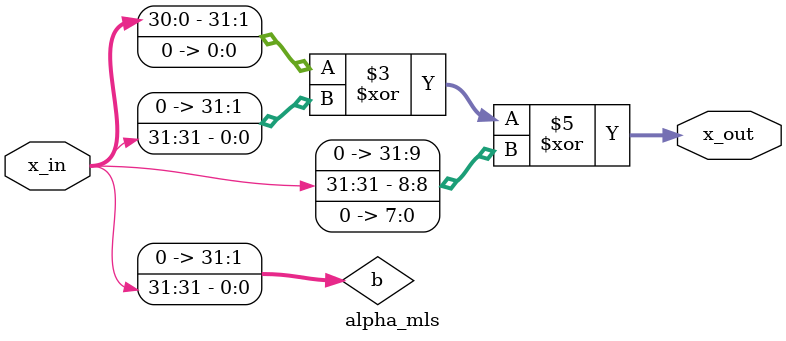
<source format=v>
module alpha_mls
(
    input [31:0] x_in,
    output [31:0] x_out
);

wire [31:0] b = (x_in >> 31);
assign x_out = (x_in << 1) ^ b ^(b << 8);

endmodule

</source>
